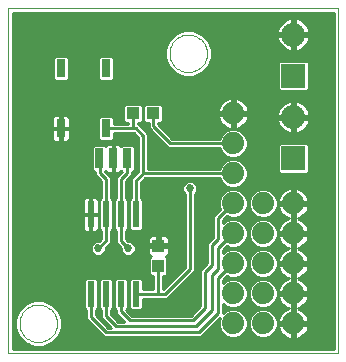
<source format=gtl>
G75*
G70*
%OFA0B0*%
%FSLAX24Y24*%
%IPPOS*%
%LPD*%
%AMOC8*
5,1,8,0,0,1.08239X$1,22.5*
%
%ADD10C,0.0000*%
%ADD11R,0.0300X0.0600*%
%ADD12R,0.0276X0.0669*%
%ADD13R,0.0433X0.0394*%
%ADD14R,0.0240X0.0870*%
%ADD15R,0.0800X0.0800*%
%ADD16C,0.0800*%
%ADD17C,0.0740*%
%ADD18R,0.0394X0.0433*%
%ADD19C,0.0100*%
%ADD20C,0.0270*%
D10*
X000150Y000550D02*
X000150Y012050D01*
X011150Y012050D01*
X011150Y000550D01*
X000150Y000550D01*
X000525Y001550D02*
X000527Y001600D01*
X000533Y001649D01*
X000543Y001698D01*
X000556Y001745D01*
X000574Y001792D01*
X000595Y001837D01*
X000619Y001880D01*
X000647Y001921D01*
X000678Y001960D01*
X000712Y001996D01*
X000749Y002030D01*
X000789Y002060D01*
X000830Y002087D01*
X000874Y002111D01*
X000919Y002131D01*
X000966Y002147D01*
X001014Y002160D01*
X001063Y002169D01*
X001113Y002174D01*
X001162Y002175D01*
X001212Y002172D01*
X001261Y002165D01*
X001310Y002154D01*
X001357Y002140D01*
X001403Y002121D01*
X001448Y002099D01*
X001491Y002074D01*
X001531Y002045D01*
X001569Y002013D01*
X001605Y001979D01*
X001638Y001941D01*
X001667Y001901D01*
X001693Y001859D01*
X001716Y001815D01*
X001735Y001769D01*
X001751Y001722D01*
X001763Y001673D01*
X001771Y001624D01*
X001775Y001575D01*
X001775Y001525D01*
X001771Y001476D01*
X001763Y001427D01*
X001751Y001378D01*
X001735Y001331D01*
X001716Y001285D01*
X001693Y001241D01*
X001667Y001199D01*
X001638Y001159D01*
X001605Y001121D01*
X001569Y001087D01*
X001531Y001055D01*
X001491Y001026D01*
X001448Y001001D01*
X001403Y000979D01*
X001357Y000960D01*
X001310Y000946D01*
X001261Y000935D01*
X001212Y000928D01*
X001162Y000925D01*
X001113Y000926D01*
X001063Y000931D01*
X001014Y000940D01*
X000966Y000953D01*
X000919Y000969D01*
X000874Y000989D01*
X000830Y001013D01*
X000789Y001040D01*
X000749Y001070D01*
X000712Y001104D01*
X000678Y001140D01*
X000647Y001179D01*
X000619Y001220D01*
X000595Y001263D01*
X000574Y001308D01*
X000556Y001355D01*
X000543Y001402D01*
X000533Y001451D01*
X000527Y001500D01*
X000525Y001550D01*
X005525Y010550D02*
X005527Y010600D01*
X005533Y010649D01*
X005543Y010698D01*
X005556Y010745D01*
X005574Y010792D01*
X005595Y010837D01*
X005619Y010880D01*
X005647Y010921D01*
X005678Y010960D01*
X005712Y010996D01*
X005749Y011030D01*
X005789Y011060D01*
X005830Y011087D01*
X005874Y011111D01*
X005919Y011131D01*
X005966Y011147D01*
X006014Y011160D01*
X006063Y011169D01*
X006113Y011174D01*
X006162Y011175D01*
X006212Y011172D01*
X006261Y011165D01*
X006310Y011154D01*
X006357Y011140D01*
X006403Y011121D01*
X006448Y011099D01*
X006491Y011074D01*
X006531Y011045D01*
X006569Y011013D01*
X006605Y010979D01*
X006638Y010941D01*
X006667Y010901D01*
X006693Y010859D01*
X006716Y010815D01*
X006735Y010769D01*
X006751Y010722D01*
X006763Y010673D01*
X006771Y010624D01*
X006775Y010575D01*
X006775Y010525D01*
X006771Y010476D01*
X006763Y010427D01*
X006751Y010378D01*
X006735Y010331D01*
X006716Y010285D01*
X006693Y010241D01*
X006667Y010199D01*
X006638Y010159D01*
X006605Y010121D01*
X006569Y010087D01*
X006531Y010055D01*
X006491Y010026D01*
X006448Y010001D01*
X006403Y009979D01*
X006357Y009960D01*
X006310Y009946D01*
X006261Y009935D01*
X006212Y009928D01*
X006162Y009925D01*
X006113Y009926D01*
X006063Y009931D01*
X006014Y009940D01*
X005966Y009953D01*
X005919Y009969D01*
X005874Y009989D01*
X005830Y010013D01*
X005789Y010040D01*
X005749Y010070D01*
X005712Y010104D01*
X005678Y010140D01*
X005647Y010179D01*
X005619Y010220D01*
X005595Y010263D01*
X005574Y010308D01*
X005556Y010355D01*
X005543Y010402D01*
X005533Y010451D01*
X005527Y010500D01*
X005525Y010550D01*
D11*
X003400Y010050D03*
X001900Y010050D03*
X001900Y008050D03*
X003400Y008050D03*
D12*
X003178Y007050D03*
X003650Y007050D03*
X004122Y007050D03*
D13*
X004315Y008550D03*
X004985Y008550D03*
D14*
X004400Y005180D03*
X003900Y005180D03*
X003400Y005180D03*
X002900Y005180D03*
X002900Y002530D03*
X003400Y002530D03*
X003900Y002530D03*
X004400Y002530D03*
D15*
X009650Y007050D03*
X009650Y009800D03*
D16*
X009650Y008428D03*
X009650Y011178D03*
D17*
X007650Y008550D03*
X007650Y007550D03*
X007650Y006550D03*
X007650Y005550D03*
X007650Y004550D03*
X007650Y003550D03*
X007650Y002550D03*
X007650Y001550D03*
X008650Y001550D03*
X008650Y002550D03*
X008650Y003550D03*
X008650Y004550D03*
X008650Y005550D03*
X009650Y005550D03*
X009650Y004550D03*
X009650Y003550D03*
X009650Y002550D03*
X009650Y001550D03*
D18*
X005150Y003465D03*
X005150Y004135D03*
D19*
X005198Y004096D02*
X006040Y004096D01*
X006040Y003998D02*
X005497Y003998D01*
X005497Y004086D02*
X005497Y003898D01*
X005487Y003860D01*
X005467Y003826D01*
X005439Y003798D01*
X005406Y003779D01*
X005457Y003727D01*
X005457Y003203D01*
X005392Y003139D01*
X005310Y003139D01*
X005310Y002690D01*
X005314Y002690D01*
X006040Y003416D01*
X006040Y005864D01*
X005992Y005911D01*
X005955Y006001D01*
X005955Y006099D01*
X005992Y006189D01*
X006061Y006258D01*
X006151Y006295D01*
X006249Y006295D01*
X006339Y006258D01*
X006408Y006189D01*
X006445Y006099D01*
X006445Y006001D01*
X006408Y005911D01*
X006360Y005864D01*
X006360Y003284D01*
X006266Y003190D01*
X005446Y002370D01*
X004630Y002370D01*
X004630Y002049D01*
X004566Y001985D01*
X004234Y001985D01*
X004170Y002049D01*
X004170Y003011D01*
X004234Y003075D01*
X004566Y003075D01*
X004630Y003011D01*
X004630Y002690D01*
X004990Y002690D01*
X004990Y003139D01*
X004908Y003139D01*
X004843Y003203D01*
X004843Y003727D01*
X004894Y003779D01*
X004861Y003798D01*
X004833Y003826D01*
X004813Y003860D01*
X004803Y003898D01*
X004803Y004086D01*
X005102Y004086D01*
X005102Y004183D01*
X005102Y004501D01*
X004933Y004501D01*
X004895Y004491D01*
X004861Y004471D01*
X004833Y004443D01*
X004813Y004409D01*
X004803Y004371D01*
X004803Y004183D01*
X005102Y004183D01*
X005198Y004183D01*
X005198Y004501D01*
X005367Y004501D01*
X005405Y004491D01*
X005439Y004471D01*
X005467Y004443D01*
X005487Y004409D01*
X005497Y004371D01*
X005497Y004183D01*
X005198Y004183D01*
X005198Y004086D01*
X005497Y004086D01*
X005497Y004195D02*
X006040Y004195D01*
X006040Y004293D02*
X005497Y004293D01*
X005491Y004392D02*
X006040Y004392D01*
X006040Y004490D02*
X005406Y004490D01*
X005198Y004490D02*
X005102Y004490D01*
X005102Y004392D02*
X005198Y004392D01*
X005198Y004293D02*
X005102Y004293D01*
X005102Y004195D02*
X005198Y004195D01*
X005102Y004096D02*
X004395Y004096D01*
X004395Y004099D02*
X004358Y004189D01*
X004289Y004258D01*
X004199Y004295D01*
X004131Y004295D01*
X004060Y004366D01*
X004060Y004635D01*
X004066Y004635D01*
X004130Y004699D01*
X004130Y005661D01*
X004066Y005725D01*
X004060Y005725D01*
X004060Y006284D01*
X004166Y006390D01*
X004260Y006484D01*
X004260Y006605D01*
X004306Y006605D01*
X004370Y006670D01*
X004370Y007430D01*
X004306Y007495D01*
X003939Y007495D01*
X003913Y007468D01*
X003908Y007477D01*
X003880Y007505D01*
X003846Y007524D01*
X003808Y007535D01*
X003669Y007535D01*
X003669Y007069D01*
X003631Y007069D01*
X003631Y007535D01*
X003492Y007535D01*
X003454Y007524D01*
X003420Y007505D01*
X003392Y007477D01*
X003387Y007468D01*
X003361Y007495D01*
X002994Y007495D01*
X002930Y007430D01*
X002930Y006670D01*
X002994Y006605D01*
X003040Y006605D01*
X003040Y006484D01*
X003134Y006390D01*
X003240Y006284D01*
X003240Y005725D01*
X003234Y005725D01*
X003170Y005661D01*
X003170Y004699D01*
X003234Y004635D01*
X003240Y004635D01*
X003240Y004366D01*
X003169Y004295D01*
X003101Y004295D01*
X003011Y004258D01*
X002942Y004189D01*
X002905Y004099D01*
X002905Y004001D01*
X002942Y003911D01*
X003011Y003842D01*
X003101Y003805D01*
X003199Y003805D01*
X003289Y003842D01*
X003358Y003911D01*
X003395Y004001D01*
X003395Y004069D01*
X003560Y004234D01*
X003560Y004635D01*
X003566Y004635D01*
X003630Y004699D01*
X003630Y005661D01*
X003566Y005725D01*
X003560Y005725D01*
X003560Y006416D01*
X003366Y006610D01*
X003387Y006632D01*
X003392Y006623D01*
X003420Y006595D01*
X003454Y006576D01*
X003492Y006565D01*
X003631Y006565D01*
X003631Y007031D01*
X003669Y007031D01*
X003669Y006565D01*
X003808Y006565D01*
X003846Y006576D01*
X003880Y006595D01*
X003908Y006623D01*
X003913Y006632D01*
X003934Y006610D01*
X003740Y006416D01*
X003740Y005725D01*
X003734Y005725D01*
X003670Y005661D01*
X003670Y004699D01*
X003734Y004635D01*
X003740Y004635D01*
X003740Y004234D01*
X003905Y004069D01*
X003905Y004001D01*
X003942Y003911D01*
X004011Y003842D01*
X004101Y003805D01*
X004199Y003805D01*
X004289Y003842D01*
X004358Y003911D01*
X004395Y004001D01*
X004395Y004099D01*
X004393Y003998D02*
X004803Y003998D01*
X004803Y003899D02*
X004345Y003899D01*
X004150Y004050D02*
X003900Y004300D01*
X003900Y005180D01*
X003900Y006350D01*
X004100Y006550D01*
X004100Y007028D01*
X004122Y007050D01*
X004370Y007051D02*
X004490Y007051D01*
X004490Y006953D02*
X004370Y006953D01*
X004370Y006854D02*
X004490Y006854D01*
X004490Y006756D02*
X004370Y006756D01*
X004357Y006657D02*
X004490Y006657D01*
X004490Y006616D02*
X004240Y006366D01*
X004240Y005725D01*
X004234Y005725D01*
X004170Y005661D01*
X004170Y004699D01*
X004234Y004635D01*
X004566Y004635D01*
X004630Y004699D01*
X004630Y005661D01*
X004566Y005725D01*
X004560Y005725D01*
X004560Y006234D01*
X004716Y006390D01*
X007197Y006390D01*
X007243Y006278D01*
X007378Y006143D01*
X007555Y006070D01*
X007745Y006070D01*
X007922Y006143D01*
X008057Y006278D01*
X008130Y006455D01*
X008130Y006645D01*
X008057Y006822D01*
X007922Y006957D01*
X007745Y007030D01*
X007555Y007030D01*
X007378Y006957D01*
X007243Y006822D01*
X007197Y006710D01*
X004810Y006710D01*
X004810Y007866D01*
X004560Y008116D01*
X004560Y008116D01*
X004475Y008201D01*
X004475Y008243D01*
X004577Y008243D01*
X004642Y008308D01*
X004642Y008792D01*
X004577Y008857D01*
X004053Y008857D01*
X003989Y008792D01*
X003989Y008308D01*
X004053Y008243D01*
X004155Y008243D01*
X004155Y008210D01*
X003660Y008210D01*
X003660Y008396D01*
X003596Y008460D01*
X003204Y008460D01*
X003140Y008396D01*
X003140Y007704D01*
X003204Y007640D01*
X003596Y007640D01*
X003660Y007704D01*
X003660Y007890D01*
X004334Y007890D01*
X004490Y007734D01*
X004490Y006616D01*
X004432Y006559D02*
X004260Y006559D01*
X004236Y006460D02*
X004334Y006460D01*
X004240Y006362D02*
X004138Y006362D01*
X004060Y006263D02*
X004240Y006263D01*
X004240Y006165D02*
X004060Y006165D01*
X004060Y006066D02*
X004240Y006066D01*
X004240Y005968D02*
X004060Y005968D01*
X004060Y005869D02*
X004240Y005869D01*
X004240Y005771D02*
X004060Y005771D01*
X004119Y005672D02*
X004181Y005672D01*
X004170Y005574D02*
X004130Y005574D01*
X004130Y005475D02*
X004170Y005475D01*
X004170Y005377D02*
X004130Y005377D01*
X004130Y005278D02*
X004170Y005278D01*
X004170Y005180D02*
X004130Y005180D01*
X004130Y005081D02*
X004170Y005081D01*
X004170Y004983D02*
X004130Y004983D01*
X004130Y004884D02*
X004170Y004884D01*
X004170Y004786D02*
X004130Y004786D01*
X004118Y004687D02*
X004182Y004687D01*
X004060Y004589D02*
X006040Y004589D01*
X006040Y004687D02*
X004618Y004687D01*
X004630Y004786D02*
X006040Y004786D01*
X006040Y004884D02*
X004630Y004884D01*
X004630Y004983D02*
X006040Y004983D01*
X006040Y005081D02*
X004630Y005081D01*
X004630Y005180D02*
X006040Y005180D01*
X006040Y005278D02*
X004630Y005278D01*
X004630Y005377D02*
X006040Y005377D01*
X006040Y005475D02*
X004630Y005475D01*
X004630Y005574D02*
X006040Y005574D01*
X006040Y005672D02*
X004619Y005672D01*
X004560Y005771D02*
X006040Y005771D01*
X006035Y005869D02*
X004560Y005869D01*
X004560Y005968D02*
X005969Y005968D01*
X005955Y006066D02*
X004560Y006066D01*
X004560Y006165D02*
X005982Y006165D01*
X006074Y006263D02*
X004589Y006263D01*
X004688Y006362D02*
X007209Y006362D01*
X007258Y006263D02*
X006326Y006263D01*
X006418Y006165D02*
X007357Y006165D01*
X007404Y005968D02*
X006431Y005968D01*
X006445Y006066D02*
X009584Y006066D01*
X009600Y006066D02*
X009700Y006066D01*
X009700Y006069D02*
X009700Y005600D01*
X009600Y005600D01*
X009600Y006069D01*
X009528Y006057D01*
X009450Y006032D01*
X009377Y005995D01*
X009311Y005947D01*
X009253Y005889D01*
X009205Y005823D01*
X009168Y005750D01*
X009143Y005672D01*
X009119Y005672D01*
X009143Y005672D02*
X009131Y005600D01*
X009600Y005600D01*
X009600Y005500D01*
X009131Y005500D01*
X009143Y005428D01*
X009168Y005350D01*
X009205Y005277D01*
X009253Y005211D01*
X009311Y005153D01*
X009377Y005105D01*
X009450Y005068D01*
X009506Y005050D01*
X009450Y005032D01*
X009377Y004995D01*
X009311Y004947D01*
X009253Y004889D01*
X009205Y004823D01*
X009168Y004750D01*
X009143Y004672D01*
X009131Y004600D01*
X009600Y004600D01*
X009600Y005500D01*
X009700Y005500D01*
X009700Y005600D01*
X010169Y005600D01*
X010157Y005672D01*
X011000Y005672D01*
X011000Y005574D02*
X009700Y005574D01*
X009700Y005500D02*
X010169Y005500D01*
X010157Y005428D01*
X010132Y005350D01*
X010095Y005277D01*
X010047Y005211D01*
X009989Y005153D01*
X009923Y005105D01*
X009850Y005068D01*
X009794Y005050D01*
X009850Y005032D01*
X009923Y004995D01*
X009989Y004947D01*
X010047Y004889D01*
X010095Y004823D01*
X010132Y004750D01*
X010157Y004672D01*
X010169Y004600D01*
X009700Y004600D01*
X009700Y004500D01*
X010169Y004500D01*
X010157Y004428D01*
X010132Y004350D01*
X010095Y004277D01*
X010047Y004211D01*
X009989Y004153D01*
X009923Y004105D01*
X009850Y004068D01*
X009794Y004050D01*
X009850Y004032D01*
X009923Y003995D01*
X009989Y003947D01*
X010047Y003889D01*
X010095Y003823D01*
X010132Y003750D01*
X010157Y003672D01*
X010169Y003600D01*
X009700Y003600D01*
X009700Y003500D01*
X010169Y003500D01*
X010157Y003428D01*
X010132Y003350D01*
X010095Y003277D01*
X010047Y003211D01*
X009989Y003153D01*
X009923Y003105D01*
X009850Y003068D01*
X009794Y003050D01*
X009850Y003032D01*
X009923Y002995D01*
X009989Y002947D01*
X010047Y002889D01*
X010095Y002823D01*
X010132Y002750D01*
X010157Y002672D01*
X010169Y002600D01*
X009700Y002600D01*
X009700Y002500D01*
X010169Y002500D01*
X010157Y002428D01*
X010132Y002350D01*
X010095Y002277D01*
X010047Y002211D01*
X009989Y002153D01*
X009923Y002105D01*
X009850Y002068D01*
X009794Y002050D01*
X009850Y002032D01*
X009923Y001995D01*
X009989Y001947D01*
X010047Y001889D01*
X010095Y001823D01*
X010132Y001750D01*
X010157Y001672D01*
X010169Y001600D01*
X009700Y001600D01*
X009700Y001500D01*
X010169Y001500D01*
X010157Y001428D01*
X010132Y001350D01*
X010095Y001277D01*
X010047Y001211D01*
X009989Y001153D01*
X009923Y001105D01*
X009850Y001068D01*
X009772Y001043D01*
X009700Y001031D01*
X009700Y001500D01*
X009600Y001500D01*
X009131Y001500D01*
X009143Y001428D01*
X009168Y001350D01*
X009205Y001277D01*
X009253Y001211D01*
X009311Y001153D01*
X009377Y001105D01*
X009450Y001068D01*
X009528Y001043D01*
X009600Y001031D01*
X009600Y001500D01*
X009600Y001600D01*
X009600Y002069D01*
X009600Y002500D01*
X009131Y002500D01*
X009143Y002428D01*
X009168Y002350D01*
X009205Y002277D01*
X009253Y002211D01*
X009311Y002153D01*
X009377Y002105D01*
X009450Y002068D01*
X009506Y002050D01*
X009450Y002032D01*
X009377Y001995D01*
X009311Y001947D01*
X009253Y001889D01*
X009205Y001823D01*
X009168Y001750D01*
X009143Y001672D01*
X009131Y001600D01*
X009600Y001600D01*
X009700Y001600D01*
X009700Y002500D01*
X009600Y002500D01*
X009600Y002600D01*
X009600Y003069D01*
X009600Y003500D01*
X009131Y003500D01*
X009143Y003428D01*
X009168Y003350D01*
X009205Y003277D01*
X009253Y003211D01*
X009311Y003153D01*
X009377Y003105D01*
X009450Y003068D01*
X009506Y003050D01*
X009450Y003032D01*
X009377Y002995D01*
X009311Y002947D01*
X009253Y002889D01*
X009205Y002823D01*
X009168Y002750D01*
X009143Y002672D01*
X009131Y002600D01*
X009600Y002600D01*
X009700Y002600D01*
X009700Y003500D01*
X009600Y003500D01*
X009600Y003600D01*
X009600Y004500D01*
X009131Y004500D01*
X009143Y004428D01*
X009168Y004350D01*
X009205Y004277D01*
X009253Y004211D01*
X009311Y004153D01*
X009377Y004105D01*
X009450Y004068D01*
X009506Y004050D01*
X009450Y004032D01*
X009377Y003995D01*
X009311Y003947D01*
X009253Y003889D01*
X009205Y003823D01*
X009168Y003750D01*
X009143Y003672D01*
X009131Y003600D01*
X009600Y003600D01*
X009700Y003600D01*
X009700Y004031D01*
X009700Y004500D01*
X009600Y004500D01*
X009600Y004600D01*
X009700Y004600D01*
X009700Y005031D01*
X009700Y005500D01*
X009700Y005475D02*
X009600Y005475D01*
X009600Y005377D02*
X009700Y005377D01*
X009700Y005278D02*
X009600Y005278D01*
X009600Y005180D02*
X009700Y005180D01*
X009700Y005081D02*
X009600Y005081D01*
X009600Y004983D02*
X009700Y004983D01*
X009700Y004884D02*
X009600Y004884D01*
X009600Y004786D02*
X009700Y004786D01*
X009700Y004687D02*
X009600Y004687D01*
X009600Y004589D02*
X009130Y004589D01*
X009130Y004645D02*
X009130Y004455D01*
X009057Y004278D01*
X008922Y004143D01*
X008745Y004070D01*
X008555Y004070D01*
X008378Y004143D01*
X008243Y004278D01*
X008170Y004455D01*
X008170Y004645D01*
X008243Y004822D01*
X008378Y004957D01*
X008555Y005030D01*
X008745Y005030D01*
X008922Y004957D01*
X009057Y004822D01*
X009130Y004645D01*
X009113Y004687D02*
X009148Y004687D01*
X009186Y004786D02*
X009072Y004786D01*
X008995Y004884D02*
X009250Y004884D01*
X009361Y004983D02*
X008860Y004983D01*
X008772Y005081D02*
X009425Y005081D01*
X009285Y005180D02*
X008958Y005180D01*
X008922Y005143D02*
X009057Y005278D01*
X009130Y005455D01*
X009130Y005645D01*
X009057Y005822D01*
X008922Y005957D01*
X008745Y006030D01*
X008555Y006030D01*
X008378Y005957D01*
X008243Y005822D01*
X008170Y005645D01*
X008170Y005455D01*
X008243Y005278D01*
X008378Y005143D01*
X008555Y005070D01*
X008745Y005070D01*
X008922Y005143D01*
X009057Y005278D02*
X009205Y005278D01*
X009160Y005377D02*
X009098Y005377D01*
X009130Y005475D02*
X009135Y005475D01*
X009130Y005574D02*
X009600Y005574D01*
X009600Y005672D02*
X009700Y005672D01*
X009700Y005771D02*
X009600Y005771D01*
X009600Y005869D02*
X009700Y005869D01*
X009700Y005968D02*
X009600Y005968D01*
X009700Y006069D02*
X009772Y006057D01*
X009850Y006032D01*
X009923Y005995D01*
X009989Y005947D01*
X010047Y005889D01*
X010095Y005823D01*
X010132Y005750D01*
X010157Y005672D01*
X010121Y005771D02*
X011000Y005771D01*
X011000Y005869D02*
X010061Y005869D01*
X009960Y005968D02*
X011000Y005968D01*
X011000Y006066D02*
X009716Y006066D01*
X009340Y005968D02*
X008896Y005968D01*
X009010Y005869D02*
X009239Y005869D01*
X009179Y005771D02*
X009078Y005771D01*
X008404Y005968D02*
X007896Y005968D01*
X007922Y005957D02*
X007745Y006030D01*
X007555Y006030D01*
X007378Y005957D01*
X007243Y005822D01*
X007170Y005645D01*
X007170Y005455D01*
X007216Y005343D01*
X006990Y005116D01*
X006990Y004416D01*
X006790Y004216D01*
X006790Y003566D01*
X006540Y003316D01*
X006540Y002116D01*
X006234Y001810D01*
X004266Y001810D01*
X004078Y001998D01*
X004130Y002049D01*
X004130Y003011D01*
X004066Y003075D01*
X003734Y003075D01*
X003670Y003011D01*
X003670Y002049D01*
X003734Y001985D01*
X003740Y001985D01*
X003740Y001884D01*
X004014Y001610D01*
X003816Y001610D01*
X003560Y001866D01*
X003560Y001985D01*
X003566Y001985D01*
X003630Y002049D01*
X003630Y003011D01*
X003566Y003075D01*
X003234Y003075D01*
X003170Y003011D01*
X003170Y002049D01*
X003234Y001985D01*
X003240Y001985D01*
X003240Y001734D01*
X003564Y001410D01*
X003466Y001410D01*
X003060Y001816D01*
X003060Y001985D01*
X003066Y001985D01*
X003130Y002049D01*
X003130Y003011D01*
X003066Y003075D01*
X002734Y003075D01*
X002670Y003011D01*
X002670Y002049D01*
X002734Y001985D01*
X002740Y001985D01*
X002740Y001684D01*
X003240Y001184D01*
X003334Y001090D01*
X006566Y001090D01*
X007204Y001728D01*
X007170Y001645D01*
X007170Y001455D01*
X007243Y001278D01*
X007378Y001143D01*
X007555Y001070D01*
X007745Y001070D01*
X007922Y001143D01*
X008057Y001278D01*
X008130Y001455D01*
X008130Y001645D01*
X008057Y001822D01*
X007922Y001957D01*
X007745Y002030D01*
X007555Y002030D01*
X007378Y001957D01*
X007310Y001889D01*
X007310Y002211D01*
X007378Y002143D01*
X007555Y002070D01*
X007745Y002070D01*
X007922Y002143D01*
X008057Y002278D01*
X008130Y002455D01*
X008130Y002645D01*
X008057Y002822D01*
X007922Y002957D01*
X007745Y003030D01*
X007555Y003030D01*
X007378Y002957D01*
X007310Y002889D01*
X007310Y002984D01*
X007443Y003116D01*
X007555Y003070D01*
X007745Y003070D01*
X007922Y003143D01*
X008057Y003278D01*
X008130Y003455D01*
X008130Y003645D01*
X008057Y003822D01*
X007922Y003957D01*
X007745Y004030D01*
X007555Y004030D01*
X007378Y003957D01*
X007310Y003889D01*
X007310Y003984D01*
X007443Y004116D01*
X007555Y004070D01*
X007745Y004070D01*
X007922Y004143D01*
X008057Y004278D01*
X008130Y004455D01*
X008130Y004645D01*
X008057Y004822D01*
X007922Y004957D01*
X007745Y005030D01*
X007555Y005030D01*
X007378Y004957D01*
X007310Y004889D01*
X007310Y004984D01*
X007443Y005116D01*
X007555Y005070D01*
X007745Y005070D01*
X007922Y005143D01*
X008057Y005278D01*
X008130Y005455D01*
X008130Y005645D01*
X008057Y005822D01*
X007922Y005957D01*
X008010Y005869D02*
X008290Y005869D01*
X008222Y005771D02*
X008078Y005771D01*
X008119Y005672D02*
X008181Y005672D01*
X008170Y005574D02*
X008130Y005574D01*
X008130Y005475D02*
X008170Y005475D01*
X008202Y005377D02*
X008098Y005377D01*
X008057Y005278D02*
X008243Y005278D01*
X008342Y005180D02*
X007958Y005180D01*
X007772Y005081D02*
X008528Y005081D01*
X008440Y004983D02*
X007860Y004983D01*
X007995Y004884D02*
X008305Y004884D01*
X008228Y004786D02*
X008072Y004786D01*
X008113Y004687D02*
X008187Y004687D01*
X008170Y004589D02*
X008130Y004589D01*
X008130Y004490D02*
X008170Y004490D01*
X008196Y004392D02*
X008104Y004392D01*
X008063Y004293D02*
X008237Y004293D01*
X008327Y004195D02*
X007973Y004195D01*
X007808Y004096D02*
X008492Y004096D01*
X008555Y004030D02*
X008378Y003957D01*
X008243Y003822D01*
X008170Y003645D01*
X008170Y003455D01*
X008243Y003278D01*
X008378Y003143D01*
X008555Y003070D01*
X008745Y003070D01*
X008922Y003143D01*
X009057Y003278D01*
X009130Y003455D01*
X009130Y003645D01*
X009057Y003822D01*
X008922Y003957D01*
X008745Y004030D01*
X008555Y004030D01*
X008476Y003998D02*
X007824Y003998D01*
X007980Y003899D02*
X008320Y003899D01*
X008234Y003801D02*
X008066Y003801D01*
X008107Y003702D02*
X008193Y003702D01*
X008170Y003604D02*
X008130Y003604D01*
X008130Y003505D02*
X008170Y003505D01*
X008190Y003407D02*
X008110Y003407D01*
X008069Y003308D02*
X008231Y003308D01*
X008312Y003210D02*
X007988Y003210D01*
X007844Y003111D02*
X008456Y003111D01*
X008512Y003013D02*
X007788Y003013D01*
X007965Y002914D02*
X008335Y002914D01*
X008378Y002957D02*
X008243Y002822D01*
X008170Y002645D01*
X008170Y002455D01*
X008243Y002278D01*
X008378Y002143D01*
X008555Y002070D01*
X008745Y002070D01*
X008922Y002143D01*
X009057Y002278D01*
X009130Y002455D01*
X009130Y002645D01*
X009057Y002822D01*
X008922Y002957D01*
X008745Y003030D01*
X008555Y003030D01*
X008378Y002957D01*
X008240Y002816D02*
X008060Y002816D01*
X008100Y002717D02*
X008200Y002717D01*
X008170Y002619D02*
X008130Y002619D01*
X008130Y002520D02*
X008170Y002520D01*
X008184Y002422D02*
X008116Y002422D01*
X008076Y002323D02*
X008224Y002323D01*
X008297Y002225D02*
X008003Y002225D01*
X007881Y002126D02*
X008419Y002126D01*
X008548Y002028D02*
X007752Y002028D01*
X007548Y002028D02*
X007310Y002028D01*
X007310Y002126D02*
X007419Y002126D01*
X007350Y001929D02*
X007310Y001929D01*
X007150Y001900D02*
X007150Y003050D01*
X007650Y003550D01*
X007320Y003899D02*
X007310Y003899D01*
X007324Y003998D02*
X007476Y003998D01*
X007492Y004096D02*
X007422Y004096D01*
X007150Y004050D02*
X007650Y004550D01*
X007440Y004983D02*
X007310Y004983D01*
X007407Y005081D02*
X007528Y005081D01*
X007150Y005050D02*
X007650Y005550D01*
X007290Y005869D02*
X006365Y005869D01*
X006360Y005771D02*
X007222Y005771D01*
X007181Y005672D02*
X006360Y005672D01*
X006360Y005574D02*
X007170Y005574D01*
X007170Y005475D02*
X006360Y005475D01*
X006360Y005377D02*
X007202Y005377D01*
X007152Y005278D02*
X006360Y005278D01*
X006360Y005180D02*
X007053Y005180D01*
X006990Y005081D02*
X006360Y005081D01*
X006360Y004983D02*
X006990Y004983D01*
X006990Y004884D02*
X006360Y004884D01*
X006360Y004786D02*
X006990Y004786D01*
X006990Y004687D02*
X006360Y004687D01*
X006360Y004589D02*
X006990Y004589D01*
X006990Y004490D02*
X006360Y004490D01*
X006360Y004392D02*
X006965Y004392D01*
X006867Y004293D02*
X006360Y004293D01*
X006360Y004195D02*
X006790Y004195D01*
X006790Y004096D02*
X006360Y004096D01*
X006360Y003998D02*
X006790Y003998D01*
X006790Y003899D02*
X006360Y003899D01*
X006360Y003801D02*
X006790Y003801D01*
X006790Y003702D02*
X006360Y003702D01*
X006360Y003604D02*
X006790Y003604D01*
X006729Y003505D02*
X006360Y003505D01*
X006360Y003407D02*
X006630Y003407D01*
X006540Y003308D02*
X006360Y003308D01*
X006286Y003210D02*
X006540Y003210D01*
X006540Y003111D02*
X006187Y003111D01*
X006089Y003013D02*
X006540Y003013D01*
X006540Y002914D02*
X005990Y002914D01*
X005892Y002816D02*
X006540Y002816D01*
X006540Y002717D02*
X005793Y002717D01*
X005695Y002619D02*
X006540Y002619D01*
X006540Y002520D02*
X005596Y002520D01*
X005498Y002422D02*
X006540Y002422D01*
X006540Y002323D02*
X004630Y002323D01*
X004630Y002225D02*
X006540Y002225D01*
X006540Y002126D02*
X004630Y002126D01*
X004608Y002028D02*
X006451Y002028D01*
X006353Y001929D02*
X004147Y001929D01*
X004108Y002028D02*
X004192Y002028D01*
X004170Y002126D02*
X004130Y002126D01*
X004130Y002225D02*
X004170Y002225D01*
X004170Y002323D02*
X004130Y002323D01*
X004130Y002422D02*
X004170Y002422D01*
X004170Y002520D02*
X004130Y002520D01*
X004130Y002619D02*
X004170Y002619D01*
X004170Y002717D02*
X004130Y002717D01*
X004130Y002816D02*
X004170Y002816D01*
X004170Y002914D02*
X004130Y002914D01*
X004128Y003013D02*
X004172Y003013D01*
X004628Y003013D02*
X004990Y003013D01*
X004990Y003111D02*
X000300Y003111D01*
X000300Y003013D02*
X002672Y003013D01*
X002670Y002914D02*
X000300Y002914D01*
X000300Y002816D02*
X002670Y002816D01*
X002670Y002717D02*
X000300Y002717D01*
X000300Y002619D02*
X002670Y002619D01*
X002670Y002520D02*
X000300Y002520D01*
X000300Y002422D02*
X002670Y002422D01*
X002670Y002323D02*
X001309Y002323D01*
X001304Y002325D02*
X000996Y002325D01*
X000711Y002207D01*
X000493Y001989D01*
X000375Y001704D01*
X000375Y001396D01*
X000493Y001111D01*
X000711Y000893D01*
X000996Y000775D01*
X001304Y000775D01*
X001589Y000893D01*
X001807Y001111D01*
X001925Y001396D01*
X001925Y001704D01*
X001807Y001989D01*
X001589Y002207D01*
X001304Y002325D01*
X001547Y002225D02*
X002670Y002225D01*
X002670Y002126D02*
X001670Y002126D01*
X001769Y002028D02*
X002692Y002028D01*
X002740Y001929D02*
X001832Y001929D01*
X001873Y001831D02*
X002740Y001831D01*
X002740Y001732D02*
X001913Y001732D01*
X001925Y001634D02*
X002790Y001634D01*
X002889Y001535D02*
X001925Y001535D01*
X001925Y001437D02*
X002987Y001437D01*
X003086Y001338D02*
X001901Y001338D01*
X001860Y001240D02*
X003184Y001240D01*
X003283Y001141D02*
X001819Y001141D01*
X001739Y001043D02*
X009530Y001043D01*
X009600Y001043D02*
X009700Y001043D01*
X009770Y001043D02*
X011000Y001043D01*
X011000Y001141D02*
X009972Y001141D01*
X010067Y001240D02*
X011000Y001240D01*
X011000Y001338D02*
X010126Y001338D01*
X010159Y001437D02*
X011000Y001437D01*
X011000Y001535D02*
X009700Y001535D01*
X009700Y001437D02*
X009600Y001437D01*
X009600Y001535D02*
X009130Y001535D01*
X009130Y001455D02*
X009057Y001278D01*
X008922Y001143D01*
X008745Y001070D01*
X008555Y001070D01*
X008378Y001143D01*
X008243Y001278D01*
X008170Y001455D01*
X008170Y001645D01*
X008243Y001822D01*
X008378Y001957D01*
X008555Y002030D01*
X008745Y002030D01*
X008922Y001957D01*
X009057Y001822D01*
X009130Y001645D01*
X009130Y001455D01*
X009123Y001437D02*
X009141Y001437D01*
X009174Y001338D02*
X009082Y001338D01*
X009018Y001240D02*
X009233Y001240D01*
X009328Y001141D02*
X008917Y001141D01*
X008383Y001141D02*
X007917Y001141D01*
X008018Y001240D02*
X008282Y001240D01*
X008218Y001338D02*
X008082Y001338D01*
X008123Y001437D02*
X008177Y001437D01*
X008170Y001535D02*
X008130Y001535D01*
X008130Y001634D02*
X008170Y001634D01*
X008206Y001732D02*
X008094Y001732D01*
X008048Y001831D02*
X008252Y001831D01*
X008350Y001929D02*
X007950Y001929D01*
X007218Y001338D02*
X006814Y001338D01*
X006716Y001240D02*
X007282Y001240D01*
X007383Y001141D02*
X006617Y001141D01*
X006500Y001250D02*
X007150Y001900D01*
X006950Y002000D02*
X006950Y003150D01*
X007150Y003350D01*
X007150Y004050D01*
X006950Y004150D02*
X007150Y004350D01*
X007150Y005050D01*
X006950Y004150D02*
X006950Y003500D01*
X006700Y003250D01*
X006700Y002050D01*
X006300Y001650D01*
X004200Y001650D01*
X003900Y001950D01*
X003900Y002530D01*
X003670Y002520D02*
X003630Y002520D01*
X003630Y002422D02*
X003670Y002422D01*
X003670Y002323D02*
X003630Y002323D01*
X003630Y002225D02*
X003670Y002225D01*
X003670Y002126D02*
X003630Y002126D01*
X003608Y002028D02*
X003692Y002028D01*
X003740Y001929D02*
X003560Y001929D01*
X003596Y001831D02*
X003793Y001831D01*
X003694Y001732D02*
X003892Y001732D01*
X003990Y001634D02*
X003793Y001634D01*
X003750Y001450D02*
X006400Y001450D01*
X006950Y002000D01*
X007110Y001634D02*
X007170Y001634D01*
X007170Y001535D02*
X007011Y001535D01*
X006913Y001437D02*
X007177Y001437D01*
X006500Y001250D02*
X003400Y001250D01*
X002900Y001750D01*
X002900Y002530D01*
X003130Y002520D02*
X003170Y002520D01*
X003170Y002422D02*
X003130Y002422D01*
X003130Y002323D02*
X003170Y002323D01*
X003170Y002225D02*
X003130Y002225D01*
X003130Y002126D02*
X003170Y002126D01*
X003192Y002028D02*
X003108Y002028D01*
X003060Y001929D02*
X003240Y001929D01*
X003240Y001831D02*
X003060Y001831D01*
X003144Y001732D02*
X003242Y001732D01*
X003243Y001634D02*
X003340Y001634D01*
X003341Y001535D02*
X003439Y001535D01*
X003440Y001437D02*
X003537Y001437D01*
X003750Y001450D02*
X003400Y001800D01*
X003400Y002530D01*
X003630Y002619D02*
X003670Y002619D01*
X003670Y002717D02*
X003630Y002717D01*
X003630Y002816D02*
X003670Y002816D01*
X003670Y002914D02*
X003630Y002914D01*
X003628Y003013D02*
X003672Y003013D01*
X003172Y003013D02*
X003128Y003013D01*
X003130Y002914D02*
X003170Y002914D01*
X003170Y002816D02*
X003130Y002816D01*
X003130Y002717D02*
X003170Y002717D01*
X003170Y002619D02*
X003130Y002619D01*
X002955Y003899D02*
X000300Y003899D01*
X000300Y003801D02*
X004859Y003801D01*
X004843Y003702D02*
X000300Y003702D01*
X000300Y003604D02*
X004843Y003604D01*
X004843Y003505D02*
X000300Y003505D01*
X000300Y003407D02*
X004843Y003407D01*
X004843Y003308D02*
X000300Y003308D01*
X000300Y003210D02*
X004843Y003210D01*
X004990Y002914D02*
X004630Y002914D01*
X004630Y002816D02*
X004990Y002816D01*
X004990Y002717D02*
X004630Y002717D01*
X004400Y002530D02*
X005150Y002530D01*
X005150Y003465D01*
X005457Y003505D02*
X006040Y003505D01*
X006040Y003604D02*
X005457Y003604D01*
X005457Y003702D02*
X006040Y003702D01*
X006040Y003801D02*
X005441Y003801D01*
X005497Y003899D02*
X006040Y003899D01*
X006030Y003407D02*
X005457Y003407D01*
X005457Y003308D02*
X005932Y003308D01*
X005833Y003210D02*
X005457Y003210D01*
X005310Y003111D02*
X005735Y003111D01*
X005636Y003013D02*
X005310Y003013D01*
X005310Y002914D02*
X005538Y002914D01*
X005439Y002816D02*
X005310Y002816D01*
X005310Y002717D02*
X005341Y002717D01*
X005380Y002530D02*
X005150Y002530D01*
X005380Y002530D02*
X006200Y003350D01*
X006200Y006050D01*
X007216Y006756D02*
X004810Y006756D01*
X004810Y006854D02*
X007275Y006854D01*
X007374Y006953D02*
X004810Y006953D01*
X004810Y007051D02*
X009140Y007051D01*
X009140Y006953D02*
X007926Y006953D01*
X008025Y006854D02*
X009140Y006854D01*
X009140Y006756D02*
X008084Y006756D01*
X008125Y006657D02*
X009140Y006657D01*
X009140Y006604D02*
X009204Y006540D01*
X010096Y006540D01*
X010160Y006604D01*
X010160Y007496D01*
X010096Y007560D01*
X009204Y007560D01*
X009140Y007496D01*
X009140Y006604D01*
X009186Y006559D02*
X008130Y006559D01*
X008130Y006460D02*
X011000Y006460D01*
X011000Y006362D02*
X008091Y006362D01*
X008042Y006263D02*
X011000Y006263D01*
X011000Y006165D02*
X007943Y006165D01*
X007650Y006550D02*
X004650Y006550D01*
X004650Y007800D01*
X004400Y008050D01*
X004300Y008050D01*
X004315Y008065D01*
X004315Y008550D01*
X004020Y008824D02*
X000300Y008824D01*
X000300Y008726D02*
X003989Y008726D01*
X003989Y008627D02*
X000300Y008627D01*
X000300Y008529D02*
X003989Y008529D01*
X003989Y008430D02*
X003626Y008430D01*
X003660Y008332D02*
X003989Y008332D01*
X004155Y008233D02*
X003660Y008233D01*
X003400Y008050D02*
X004300Y008050D01*
X004385Y007839D02*
X003660Y007839D01*
X003660Y007741D02*
X004483Y007741D01*
X004490Y007642D02*
X003598Y007642D01*
X003631Y007445D02*
X003669Y007445D01*
X003669Y007347D02*
X003631Y007347D01*
X003631Y007248D02*
X003669Y007248D01*
X003669Y007150D02*
X003631Y007150D01*
X003631Y006953D02*
X003669Y006953D01*
X003669Y006854D02*
X003631Y006854D01*
X003631Y006756D02*
X003669Y006756D01*
X003669Y006657D02*
X003631Y006657D01*
X003516Y006460D02*
X003784Y006460D01*
X003740Y006362D02*
X003560Y006362D01*
X003560Y006263D02*
X003740Y006263D01*
X003740Y006165D02*
X003560Y006165D01*
X003560Y006066D02*
X003740Y006066D01*
X003740Y005968D02*
X003560Y005968D01*
X003560Y005869D02*
X003740Y005869D01*
X003740Y005771D02*
X003560Y005771D01*
X003619Y005672D02*
X003681Y005672D01*
X003670Y005574D02*
X003630Y005574D01*
X003630Y005475D02*
X003670Y005475D01*
X003670Y005377D02*
X003630Y005377D01*
X003630Y005278D02*
X003670Y005278D01*
X003670Y005180D02*
X003630Y005180D01*
X003630Y005081D02*
X003670Y005081D01*
X003670Y004983D02*
X003630Y004983D01*
X003630Y004884D02*
X003670Y004884D01*
X003670Y004786D02*
X003630Y004786D01*
X003618Y004687D02*
X003682Y004687D01*
X003740Y004589D02*
X003560Y004589D01*
X003560Y004490D02*
X003740Y004490D01*
X003740Y004392D02*
X003560Y004392D01*
X003560Y004293D02*
X003740Y004293D01*
X003779Y004195D02*
X003521Y004195D01*
X003422Y004096D02*
X003878Y004096D01*
X003907Y003998D02*
X003393Y003998D01*
X003345Y003899D02*
X003955Y003899D01*
X004204Y004293D02*
X004803Y004293D01*
X004803Y004195D02*
X004352Y004195D01*
X004060Y004392D02*
X004809Y004392D01*
X004894Y004490D02*
X004060Y004490D01*
X003400Y004300D02*
X003400Y005180D01*
X003400Y006350D01*
X003200Y006550D01*
X003200Y007028D01*
X003178Y007050D01*
X002930Y007051D02*
X000300Y007051D01*
X000300Y006953D02*
X002930Y006953D01*
X002930Y006854D02*
X000300Y006854D01*
X000300Y006756D02*
X002930Y006756D01*
X002943Y006657D02*
X000300Y006657D01*
X000300Y006559D02*
X003040Y006559D01*
X003064Y006460D02*
X000300Y006460D01*
X000300Y006362D02*
X003162Y006362D01*
X003240Y006263D02*
X000300Y006263D01*
X000300Y006165D02*
X003240Y006165D01*
X003240Y006066D02*
X000300Y006066D01*
X000300Y005968D02*
X003240Y005968D01*
X003240Y005869D02*
X000300Y005869D01*
X000300Y005771D02*
X003240Y005771D01*
X003181Y005672D02*
X003160Y005672D01*
X003160Y005673D02*
X003140Y005707D01*
X003112Y005735D01*
X003078Y005755D01*
X003040Y005765D01*
X002910Y005765D01*
X002910Y005190D01*
X002890Y005190D01*
X002890Y005765D01*
X002760Y005765D01*
X002722Y005755D01*
X002688Y005735D01*
X002660Y005707D01*
X002640Y005673D01*
X002630Y005635D01*
X002630Y005190D01*
X002890Y005190D01*
X002890Y005170D01*
X002630Y005170D01*
X002630Y004725D01*
X002640Y004687D01*
X002660Y004653D01*
X002688Y004625D01*
X002722Y004605D01*
X002760Y004595D01*
X002890Y004595D01*
X002890Y005170D01*
X002910Y005170D01*
X002910Y005190D01*
X003170Y005190D01*
X003170Y005635D01*
X003160Y005673D01*
X003170Y005574D02*
X003170Y005574D01*
X003170Y005475D02*
X003170Y005475D01*
X003170Y005377D02*
X003170Y005377D01*
X003170Y005278D02*
X003170Y005278D01*
X003170Y005180D02*
X002910Y005180D01*
X002910Y005170D02*
X003170Y005170D01*
X003170Y004725D01*
X003160Y004687D01*
X003140Y004653D01*
X003112Y004625D01*
X003078Y004605D01*
X003040Y004595D01*
X002910Y004595D01*
X002910Y005170D01*
X002890Y005180D02*
X000300Y005180D01*
X000300Y005278D02*
X002630Y005278D01*
X002630Y005377D02*
X000300Y005377D01*
X000300Y005475D02*
X002630Y005475D01*
X002630Y005574D02*
X000300Y005574D01*
X000300Y005672D02*
X002640Y005672D01*
X002890Y005672D02*
X002910Y005672D01*
X002910Y005574D02*
X002890Y005574D01*
X002890Y005475D02*
X002910Y005475D01*
X002910Y005377D02*
X002890Y005377D01*
X002890Y005278D02*
X002910Y005278D01*
X002910Y005081D02*
X002890Y005081D01*
X002890Y004983D02*
X002910Y004983D01*
X002910Y004884D02*
X002890Y004884D01*
X002890Y004786D02*
X002910Y004786D01*
X002910Y004687D02*
X002890Y004687D01*
X002640Y004687D02*
X000300Y004687D01*
X000300Y004589D02*
X003240Y004589D01*
X003240Y004490D02*
X000300Y004490D01*
X000300Y004392D02*
X003240Y004392D01*
X003096Y004293D02*
X000300Y004293D01*
X000300Y004195D02*
X002948Y004195D01*
X002905Y004096D02*
X000300Y004096D01*
X000300Y003998D02*
X002907Y003998D01*
X003150Y004050D02*
X003400Y004300D01*
X003182Y004687D02*
X003160Y004687D01*
X003170Y004786D02*
X003170Y004786D01*
X003170Y004884D02*
X003170Y004884D01*
X003170Y004983D02*
X003170Y004983D01*
X003170Y005081D02*
X003170Y005081D01*
X002630Y005081D02*
X000300Y005081D01*
X000300Y004983D02*
X002630Y004983D01*
X002630Y004884D02*
X000300Y004884D01*
X000300Y004786D02*
X002630Y004786D01*
X003418Y006559D02*
X003882Y006559D01*
X004400Y006300D02*
X004650Y006550D01*
X004400Y006300D02*
X004400Y005180D01*
X004370Y007150D02*
X004490Y007150D01*
X004490Y007248D02*
X004370Y007248D01*
X004370Y007347D02*
X004490Y007347D01*
X004490Y007445D02*
X004355Y007445D01*
X004490Y007544D02*
X000300Y007544D01*
X000300Y007642D02*
X001646Y007642D01*
X001658Y007630D02*
X001692Y007610D01*
X001730Y007600D01*
X001875Y007600D01*
X001875Y008025D01*
X001600Y008025D01*
X001600Y007730D01*
X001610Y007692D01*
X001630Y007658D01*
X001658Y007630D01*
X001600Y007741D02*
X000300Y007741D01*
X000300Y007839D02*
X001600Y007839D01*
X001600Y007938D02*
X000300Y007938D01*
X000300Y008036D02*
X001875Y008036D01*
X001875Y008025D02*
X001875Y008075D01*
X001875Y008500D01*
X001730Y008500D01*
X001692Y008490D01*
X001658Y008470D01*
X001630Y008442D01*
X001610Y008408D01*
X001600Y008370D01*
X001600Y008075D01*
X001875Y008075D01*
X001925Y008075D01*
X001925Y008500D01*
X002070Y008500D01*
X002108Y008490D01*
X002142Y008470D01*
X002170Y008442D01*
X002190Y008408D01*
X002200Y008370D01*
X002200Y008075D01*
X001925Y008075D01*
X001925Y008025D01*
X002200Y008025D01*
X002200Y007730D01*
X002190Y007692D01*
X002170Y007658D01*
X002142Y007630D01*
X002108Y007610D01*
X002070Y007600D01*
X001925Y007600D01*
X001925Y008025D01*
X001875Y008025D01*
X001925Y008036D02*
X003140Y008036D01*
X003140Y007938D02*
X002200Y007938D01*
X002200Y007839D02*
X003140Y007839D01*
X003140Y007741D02*
X002200Y007741D01*
X002154Y007642D02*
X003202Y007642D01*
X002945Y007445D02*
X000300Y007445D01*
X000300Y007347D02*
X002930Y007347D01*
X002930Y007248D02*
X000300Y007248D01*
X000300Y007150D02*
X002930Y007150D01*
X003140Y008135D02*
X002200Y008135D01*
X002200Y008233D02*
X003140Y008233D01*
X003140Y008332D02*
X002200Y008332D01*
X002177Y008430D02*
X003174Y008430D01*
X003204Y009640D02*
X003140Y009704D01*
X003140Y010396D01*
X003204Y010460D01*
X003596Y010460D01*
X003660Y010396D01*
X003660Y009704D01*
X003596Y009640D01*
X003204Y009640D01*
X003140Y009711D02*
X002160Y009711D01*
X002160Y009704D02*
X002160Y010396D01*
X002096Y010460D01*
X001704Y010460D01*
X001640Y010396D01*
X001640Y009704D01*
X001704Y009640D01*
X002096Y009640D01*
X002160Y009704D01*
X002160Y009809D02*
X003140Y009809D01*
X003140Y009908D02*
X002160Y009908D01*
X002160Y010006D02*
X003140Y010006D01*
X003140Y010105D02*
X002160Y010105D01*
X002160Y010203D02*
X003140Y010203D01*
X003140Y010302D02*
X002160Y010302D01*
X002156Y010400D02*
X003144Y010400D01*
X003656Y010400D02*
X005375Y010400D01*
X005375Y010396D02*
X005493Y010111D01*
X005711Y009893D01*
X005996Y009775D01*
X006304Y009775D01*
X006589Y009893D01*
X006807Y010111D01*
X006925Y010396D01*
X006925Y010704D01*
X006807Y010989D01*
X006589Y011207D01*
X006304Y011325D01*
X005996Y011325D01*
X005711Y011207D01*
X005493Y010989D01*
X005375Y010704D01*
X005375Y010396D01*
X005414Y010302D02*
X003660Y010302D01*
X003660Y010203D02*
X005455Y010203D01*
X005499Y010105D02*
X003660Y010105D01*
X003660Y010006D02*
X005598Y010006D01*
X005696Y009908D02*
X003660Y009908D01*
X003660Y009809D02*
X005914Y009809D01*
X006386Y009809D02*
X009140Y009809D01*
X009140Y009711D02*
X003660Y009711D01*
X004610Y008824D02*
X004690Y008824D01*
X004658Y008792D02*
X004723Y008857D01*
X005247Y008857D01*
X005311Y008792D01*
X005311Y008308D01*
X005247Y008243D01*
X005145Y008243D01*
X005145Y008182D01*
X005616Y007710D01*
X007197Y007710D01*
X007243Y007822D01*
X007378Y007957D01*
X007555Y008030D01*
X007745Y008030D01*
X007922Y007957D01*
X008057Y007822D01*
X008130Y007645D01*
X008130Y007455D01*
X008057Y007278D01*
X007922Y007143D01*
X007745Y007070D01*
X007555Y007070D01*
X007378Y007143D01*
X007243Y007278D01*
X007197Y007390D01*
X005484Y007390D01*
X004825Y008049D01*
X004825Y008243D01*
X004723Y008243D01*
X004658Y008308D01*
X004658Y008792D01*
X004658Y008726D02*
X004642Y008726D01*
X004642Y008627D02*
X004658Y008627D01*
X004658Y008529D02*
X004642Y008529D01*
X004642Y008430D02*
X004658Y008430D01*
X004658Y008332D02*
X004642Y008332D01*
X004475Y008233D02*
X004825Y008233D01*
X004825Y008135D02*
X004542Y008135D01*
X004640Y008036D02*
X004838Y008036D01*
X004936Y007938D02*
X004739Y007938D01*
X004810Y007839D02*
X005035Y007839D01*
X005133Y007741D02*
X004810Y007741D01*
X004810Y007642D02*
X005232Y007642D01*
X005330Y007544D02*
X004810Y007544D01*
X004810Y007445D02*
X005429Y007445D01*
X005550Y007550D02*
X004985Y008115D01*
X004985Y008550D01*
X005311Y008529D02*
X007600Y008529D01*
X007600Y008500D02*
X007131Y008500D01*
X007143Y008428D01*
X007168Y008350D01*
X007205Y008277D01*
X007253Y008211D01*
X007311Y008153D01*
X007377Y008105D01*
X007450Y008068D01*
X007528Y008043D01*
X007600Y008031D01*
X007600Y008500D01*
X007700Y008500D01*
X007700Y008600D01*
X008169Y008600D01*
X008157Y008672D01*
X008132Y008750D01*
X008095Y008823D01*
X008047Y008889D01*
X007989Y008947D01*
X007923Y008995D01*
X007850Y009032D01*
X007772Y009057D01*
X007700Y009069D01*
X007700Y008600D01*
X007600Y008600D01*
X007600Y009069D01*
X007528Y009057D01*
X007450Y009032D01*
X007377Y008995D01*
X007311Y008947D01*
X007253Y008889D01*
X007205Y008823D01*
X007168Y008750D01*
X007143Y008672D01*
X007131Y008600D01*
X007600Y008600D01*
X007600Y008500D01*
X007600Y008430D02*
X007700Y008430D01*
X007700Y008500D02*
X007700Y008031D01*
X007772Y008043D01*
X007850Y008068D01*
X007923Y008105D01*
X007989Y008153D01*
X008047Y008211D01*
X008095Y008277D01*
X008132Y008350D01*
X008157Y008428D01*
X008169Y008500D01*
X007700Y008500D01*
X007700Y008529D02*
X009109Y008529D01*
X009114Y008557D02*
X009101Y008478D01*
X009600Y008478D01*
X009600Y008977D01*
X009521Y008964D01*
X009439Y008938D01*
X009362Y008898D01*
X009292Y008847D01*
X009230Y008786D01*
X009180Y008716D01*
X009140Y008639D01*
X009114Y008557D01*
X009136Y008627D02*
X008164Y008627D01*
X008140Y008726D02*
X009186Y008726D01*
X009268Y008824D02*
X008094Y008824D01*
X008013Y008923D02*
X009409Y008923D01*
X009600Y008923D02*
X009700Y008923D01*
X009700Y008977D02*
X009700Y008478D01*
X009600Y008478D01*
X009600Y008378D01*
X009101Y008378D01*
X009114Y008299D01*
X009140Y008217D01*
X009180Y008140D01*
X009230Y008070D01*
X009292Y008008D01*
X009362Y007958D01*
X009439Y007918D01*
X009521Y007891D01*
X009600Y007879D01*
X009600Y008378D01*
X009700Y008378D01*
X009700Y008478D01*
X010199Y008478D01*
X010186Y008557D01*
X010160Y008639D01*
X010120Y008716D01*
X010070Y008786D01*
X010008Y008847D01*
X009938Y008898D01*
X009861Y008938D01*
X009779Y008964D01*
X009700Y008977D01*
X009700Y008824D02*
X009600Y008824D01*
X009600Y008726D02*
X009700Y008726D01*
X009700Y008627D02*
X009600Y008627D01*
X009600Y008529D02*
X009700Y008529D01*
X009700Y008430D02*
X011000Y008430D01*
X011000Y008332D02*
X010192Y008332D01*
X010186Y008299D02*
X010199Y008378D01*
X009700Y008378D01*
X009700Y007879D01*
X009779Y007891D01*
X009861Y007918D01*
X009938Y007958D01*
X010008Y008008D01*
X010070Y008070D01*
X010120Y008140D01*
X010160Y008217D01*
X010186Y008299D01*
X010165Y008233D02*
X011000Y008233D01*
X011000Y008135D02*
X010117Y008135D01*
X010036Y008036D02*
X011000Y008036D01*
X011000Y007938D02*
X009899Y007938D01*
X009700Y007938D02*
X009600Y007938D01*
X009600Y008036D02*
X009700Y008036D01*
X009700Y008135D02*
X009600Y008135D01*
X009600Y008233D02*
X009700Y008233D01*
X009700Y008332D02*
X009600Y008332D01*
X009600Y008430D02*
X008157Y008430D01*
X008122Y008332D02*
X009108Y008332D01*
X009135Y008233D02*
X008062Y008233D01*
X007963Y008135D02*
X009183Y008135D01*
X009264Y008036D02*
X007729Y008036D01*
X007700Y008036D02*
X007600Y008036D01*
X007571Y008036D02*
X005290Y008036D01*
X005192Y008135D02*
X007337Y008135D01*
X007238Y008233D02*
X005145Y008233D01*
X005311Y008332D02*
X007178Y008332D01*
X007143Y008430D02*
X005311Y008430D01*
X005311Y008627D02*
X007136Y008627D01*
X007160Y008726D02*
X005311Y008726D01*
X005280Y008824D02*
X007206Y008824D01*
X007287Y008923D02*
X000300Y008923D01*
X000300Y009021D02*
X007429Y009021D01*
X007600Y009021D02*
X007700Y009021D01*
X007700Y008923D02*
X007600Y008923D01*
X007600Y008824D02*
X007700Y008824D01*
X007700Y008726D02*
X007600Y008726D01*
X007600Y008627D02*
X007700Y008627D01*
X007700Y008332D02*
X007600Y008332D01*
X007600Y008233D02*
X007700Y008233D01*
X007700Y008135D02*
X007600Y008135D01*
X007359Y007938D02*
X005389Y007938D01*
X005487Y007839D02*
X007260Y007839D01*
X007209Y007741D02*
X005586Y007741D01*
X005550Y007550D02*
X007650Y007550D01*
X007215Y007347D02*
X004810Y007347D01*
X004810Y007248D02*
X007273Y007248D01*
X007372Y007150D02*
X004810Y007150D01*
X006604Y009908D02*
X009140Y009908D01*
X009140Y010006D02*
X006702Y010006D01*
X006801Y010105D02*
X009140Y010105D01*
X009140Y010203D02*
X006845Y010203D01*
X006886Y010302D02*
X009196Y010302D01*
X009204Y010310D02*
X009140Y010246D01*
X009140Y009354D01*
X009204Y009290D01*
X010096Y009290D01*
X010160Y009354D01*
X010160Y010246D01*
X010096Y010310D01*
X009204Y010310D01*
X009385Y010696D02*
X006925Y010696D01*
X006925Y010597D02*
X011000Y010597D01*
X011000Y010499D02*
X006925Y010499D01*
X006925Y010400D02*
X011000Y010400D01*
X011000Y010302D02*
X010104Y010302D01*
X010160Y010203D02*
X011000Y010203D01*
X011000Y010105D02*
X010160Y010105D01*
X010160Y010006D02*
X011000Y010006D01*
X011000Y009908D02*
X010160Y009908D01*
X010160Y009809D02*
X011000Y009809D01*
X011000Y009711D02*
X010160Y009711D01*
X010160Y009612D02*
X011000Y009612D01*
X011000Y009514D02*
X010160Y009514D01*
X010160Y009415D02*
X011000Y009415D01*
X011000Y009317D02*
X010122Y009317D01*
X009891Y008923D02*
X011000Y008923D01*
X011000Y009021D02*
X007871Y009021D01*
X007941Y007938D02*
X009401Y007938D01*
X009188Y007544D02*
X008130Y007544D01*
X008130Y007642D02*
X011000Y007642D01*
X011000Y007544D02*
X010112Y007544D01*
X010160Y007445D02*
X011000Y007445D01*
X011000Y007347D02*
X010160Y007347D01*
X010160Y007248D02*
X011000Y007248D01*
X011000Y007150D02*
X010160Y007150D01*
X010160Y007051D02*
X011000Y007051D01*
X011000Y006953D02*
X010160Y006953D01*
X010160Y006854D02*
X011000Y006854D01*
X011000Y006756D02*
X010160Y006756D01*
X010160Y006657D02*
X011000Y006657D01*
X011000Y006559D02*
X010114Y006559D01*
X010165Y005475D02*
X011000Y005475D01*
X011000Y005377D02*
X010140Y005377D01*
X010095Y005278D02*
X011000Y005278D01*
X011000Y005180D02*
X010015Y005180D01*
X009875Y005081D02*
X011000Y005081D01*
X011000Y004983D02*
X009939Y004983D01*
X010050Y004884D02*
X011000Y004884D01*
X011000Y004786D02*
X010114Y004786D01*
X010152Y004687D02*
X011000Y004687D01*
X011000Y004589D02*
X009700Y004589D01*
X009700Y004490D02*
X009600Y004490D01*
X009600Y004392D02*
X009700Y004392D01*
X009700Y004293D02*
X009600Y004293D01*
X009600Y004195D02*
X009700Y004195D01*
X009700Y004096D02*
X009600Y004096D01*
X009600Y003998D02*
X009700Y003998D01*
X009700Y003899D02*
X009600Y003899D01*
X009600Y003801D02*
X009700Y003801D01*
X009700Y003702D02*
X009600Y003702D01*
X009600Y003604D02*
X009700Y003604D01*
X009700Y003505D02*
X011000Y003505D01*
X011000Y003407D02*
X010150Y003407D01*
X010110Y003308D02*
X011000Y003308D01*
X011000Y003210D02*
X010045Y003210D01*
X009930Y003111D02*
X011000Y003111D01*
X011000Y003013D02*
X009888Y003013D01*
X010021Y002914D02*
X011000Y002914D01*
X011000Y002816D02*
X010098Y002816D01*
X010142Y002717D02*
X011000Y002717D01*
X011000Y002619D02*
X010166Y002619D01*
X010155Y002422D02*
X011000Y002422D01*
X011000Y002520D02*
X009700Y002520D01*
X009700Y002422D02*
X009600Y002422D01*
X009600Y002520D02*
X009130Y002520D01*
X009130Y002619D02*
X009134Y002619D01*
X009158Y002717D02*
X009100Y002717D01*
X009060Y002816D02*
X009202Y002816D01*
X009279Y002914D02*
X008965Y002914D01*
X008788Y003013D02*
X009412Y003013D01*
X009370Y003111D02*
X008844Y003111D01*
X008988Y003210D02*
X009255Y003210D01*
X009190Y003308D02*
X009069Y003308D01*
X009110Y003407D02*
X009150Y003407D01*
X009130Y003505D02*
X009600Y003505D01*
X009600Y003407D02*
X009700Y003407D01*
X009700Y003308D02*
X009600Y003308D01*
X009600Y003210D02*
X009700Y003210D01*
X009700Y003111D02*
X009600Y003111D01*
X009600Y003013D02*
X009700Y003013D01*
X009700Y002914D02*
X009600Y002914D01*
X009600Y002816D02*
X009700Y002816D01*
X009700Y002717D02*
X009600Y002717D01*
X009600Y002619D02*
X009700Y002619D01*
X009700Y002323D02*
X009600Y002323D01*
X009600Y002225D02*
X009700Y002225D01*
X009700Y002126D02*
X009600Y002126D01*
X009600Y002028D02*
X009700Y002028D01*
X009700Y001929D02*
X009600Y001929D01*
X009600Y001831D02*
X009700Y001831D01*
X009700Y001732D02*
X009600Y001732D01*
X009600Y001634D02*
X009700Y001634D01*
X009700Y001338D02*
X009600Y001338D01*
X009600Y001240D02*
X009700Y001240D01*
X009700Y001141D02*
X009600Y001141D01*
X009137Y001634D02*
X009130Y001634D01*
X009162Y001732D02*
X009094Y001732D01*
X009048Y001831D02*
X009211Y001831D01*
X009294Y001929D02*
X008950Y001929D01*
X008881Y002126D02*
X009349Y002126D01*
X009442Y002028D02*
X008752Y002028D01*
X009003Y002225D02*
X009244Y002225D01*
X009182Y002323D02*
X009076Y002323D01*
X009116Y002422D02*
X009145Y002422D01*
X009858Y002028D02*
X011000Y002028D01*
X011000Y002126D02*
X009951Y002126D01*
X010056Y002225D02*
X011000Y002225D01*
X011000Y002323D02*
X010118Y002323D01*
X010006Y001929D02*
X011000Y001929D01*
X011000Y001831D02*
X010089Y001831D01*
X010138Y001732D02*
X011000Y001732D01*
X011000Y001634D02*
X010163Y001634D01*
X011000Y000944D02*
X001640Y000944D01*
X001474Y000846D02*
X011000Y000846D01*
X011000Y000747D02*
X000300Y000747D01*
X000300Y000700D02*
X000300Y011900D01*
X011000Y011900D01*
X011000Y000700D01*
X000300Y000700D01*
X000300Y000846D02*
X000826Y000846D01*
X000660Y000944D02*
X000300Y000944D01*
X000300Y001043D02*
X000561Y001043D01*
X000481Y001141D02*
X000300Y001141D01*
X000300Y001240D02*
X000440Y001240D01*
X000399Y001338D02*
X000300Y001338D01*
X000300Y001437D02*
X000375Y001437D01*
X000375Y001535D02*
X000300Y001535D01*
X000300Y001634D02*
X000375Y001634D01*
X000387Y001732D02*
X000300Y001732D01*
X000300Y001831D02*
X000427Y001831D01*
X000468Y001929D02*
X000300Y001929D01*
X000300Y002028D02*
X000531Y002028D01*
X000630Y002126D02*
X000300Y002126D01*
X000300Y002225D02*
X000753Y002225D01*
X000991Y002323D02*
X000300Y002323D01*
X004246Y001831D02*
X006254Y001831D01*
X007310Y002914D02*
X007335Y002914D01*
X007339Y003013D02*
X007512Y003013D01*
X007456Y003111D02*
X007437Y003111D01*
X008824Y003998D02*
X009383Y003998D01*
X009396Y004096D02*
X008808Y004096D01*
X008973Y004195D02*
X009270Y004195D01*
X009197Y004293D02*
X009063Y004293D01*
X009104Y004392D02*
X009155Y004392D01*
X009133Y004490D02*
X009130Y004490D01*
X009264Y003899D02*
X008980Y003899D01*
X009066Y003801D02*
X009194Y003801D01*
X009153Y003702D02*
X009107Y003702D01*
X009130Y003604D02*
X009132Y003604D01*
X009917Y003998D02*
X011000Y003998D01*
X011000Y004096D02*
X009904Y004096D01*
X010030Y004195D02*
X011000Y004195D01*
X011000Y004293D02*
X010103Y004293D01*
X010145Y004392D02*
X011000Y004392D01*
X011000Y004490D02*
X010167Y004490D01*
X010036Y003899D02*
X011000Y003899D01*
X011000Y003801D02*
X010106Y003801D01*
X010147Y003702D02*
X011000Y003702D01*
X011000Y003604D02*
X010168Y003604D01*
X009140Y007150D02*
X007928Y007150D01*
X008027Y007248D02*
X009140Y007248D01*
X009140Y007347D02*
X008085Y007347D01*
X008126Y007445D02*
X009140Y007445D01*
X008091Y007741D02*
X011000Y007741D01*
X011000Y007839D02*
X008040Y007839D01*
X009178Y009317D02*
X000300Y009317D01*
X000300Y009415D02*
X009140Y009415D01*
X009140Y009514D02*
X000300Y009514D01*
X000300Y009612D02*
X009140Y009612D01*
X010032Y008824D02*
X011000Y008824D01*
X011000Y008726D02*
X010114Y008726D01*
X010164Y008627D02*
X011000Y008627D01*
X011000Y008529D02*
X010191Y008529D01*
X011000Y009120D02*
X000300Y009120D01*
X000300Y009218D02*
X011000Y009218D01*
X011000Y010696D02*
X009915Y010696D01*
X009938Y010708D02*
X010008Y010758D01*
X010070Y010820D01*
X010120Y010890D01*
X010160Y010967D01*
X010186Y011049D01*
X010199Y011128D01*
X009700Y011128D01*
X009700Y011228D01*
X009600Y011228D01*
X009600Y011727D01*
X009521Y011714D01*
X009439Y011688D01*
X009362Y011648D01*
X009292Y011597D01*
X009230Y011536D01*
X009180Y011466D01*
X009140Y011389D01*
X009114Y011307D01*
X009101Y011228D01*
X009600Y011228D01*
X009600Y011128D01*
X009101Y011128D01*
X009114Y011049D01*
X009140Y010967D01*
X009180Y010890D01*
X009230Y010820D01*
X009292Y010758D01*
X009362Y010708D01*
X009439Y010668D01*
X009521Y010641D01*
X009600Y010629D01*
X009600Y011128D01*
X009700Y011128D01*
X009700Y010629D01*
X009779Y010641D01*
X009861Y010668D01*
X009938Y010708D01*
X010044Y010794D02*
X011000Y010794D01*
X011000Y010893D02*
X010122Y010893D01*
X010168Y010991D02*
X011000Y010991D01*
X011000Y011090D02*
X010193Y011090D01*
X010199Y011228D02*
X010186Y011307D01*
X010160Y011389D01*
X010120Y011466D01*
X010070Y011536D01*
X010008Y011597D01*
X009938Y011648D01*
X009861Y011688D01*
X009779Y011714D01*
X009700Y011727D01*
X009700Y011228D01*
X010199Y011228D01*
X010190Y011287D02*
X011000Y011287D01*
X011000Y011385D02*
X010161Y011385D01*
X010108Y011484D02*
X011000Y011484D01*
X011000Y011582D02*
X010024Y011582D01*
X009875Y011681D02*
X011000Y011681D01*
X011000Y011779D02*
X000300Y011779D01*
X000300Y011681D02*
X009425Y011681D01*
X009600Y011681D02*
X009700Y011681D01*
X009700Y011582D02*
X009600Y011582D01*
X009600Y011484D02*
X009700Y011484D01*
X009700Y011385D02*
X009600Y011385D01*
X009600Y011287D02*
X009700Y011287D01*
X009700Y011188D02*
X011000Y011188D01*
X011000Y011878D02*
X000300Y011878D01*
X000300Y011582D02*
X009276Y011582D01*
X009192Y011484D02*
X000300Y011484D01*
X000300Y011385D02*
X009139Y011385D01*
X009110Y011287D02*
X006397Y011287D01*
X006608Y011188D02*
X009600Y011188D01*
X009600Y011090D02*
X009700Y011090D01*
X009700Y010991D02*
X009600Y010991D01*
X009600Y010893D02*
X009700Y010893D01*
X009700Y010794D02*
X009600Y010794D01*
X009600Y010696D02*
X009700Y010696D01*
X009256Y010794D02*
X006888Y010794D01*
X006847Y010893D02*
X009178Y010893D01*
X009132Y010991D02*
X006805Y010991D01*
X006706Y011090D02*
X009107Y011090D01*
X005903Y011287D02*
X000300Y011287D01*
X000300Y011188D02*
X005692Y011188D01*
X005594Y011090D02*
X000300Y011090D01*
X000300Y010991D02*
X005495Y010991D01*
X005453Y010893D02*
X000300Y010893D01*
X000300Y010794D02*
X005412Y010794D01*
X005375Y010696D02*
X000300Y010696D01*
X000300Y010597D02*
X005375Y010597D01*
X005375Y010499D02*
X000300Y010499D01*
X000300Y010400D02*
X001644Y010400D01*
X001640Y010302D02*
X000300Y010302D01*
X000300Y010203D02*
X001640Y010203D01*
X001640Y010105D02*
X000300Y010105D01*
X000300Y010006D02*
X001640Y010006D01*
X001640Y009908D02*
X000300Y009908D01*
X000300Y009809D02*
X001640Y009809D01*
X001640Y009711D02*
X000300Y009711D01*
X000300Y008430D02*
X001623Y008430D01*
X001600Y008332D02*
X000300Y008332D01*
X000300Y008233D02*
X001600Y008233D01*
X001600Y008135D02*
X000300Y008135D01*
X001875Y008135D02*
X001925Y008135D01*
X001925Y008233D02*
X001875Y008233D01*
X001875Y008332D02*
X001925Y008332D01*
X001925Y008430D02*
X001875Y008430D01*
X001875Y007938D02*
X001925Y007938D01*
X001925Y007839D02*
X001875Y007839D01*
X001875Y007741D02*
X001925Y007741D01*
X001925Y007642D02*
X001875Y007642D01*
D20*
X003150Y004050D03*
X004150Y004050D03*
X006200Y006050D03*
M02*

</source>
